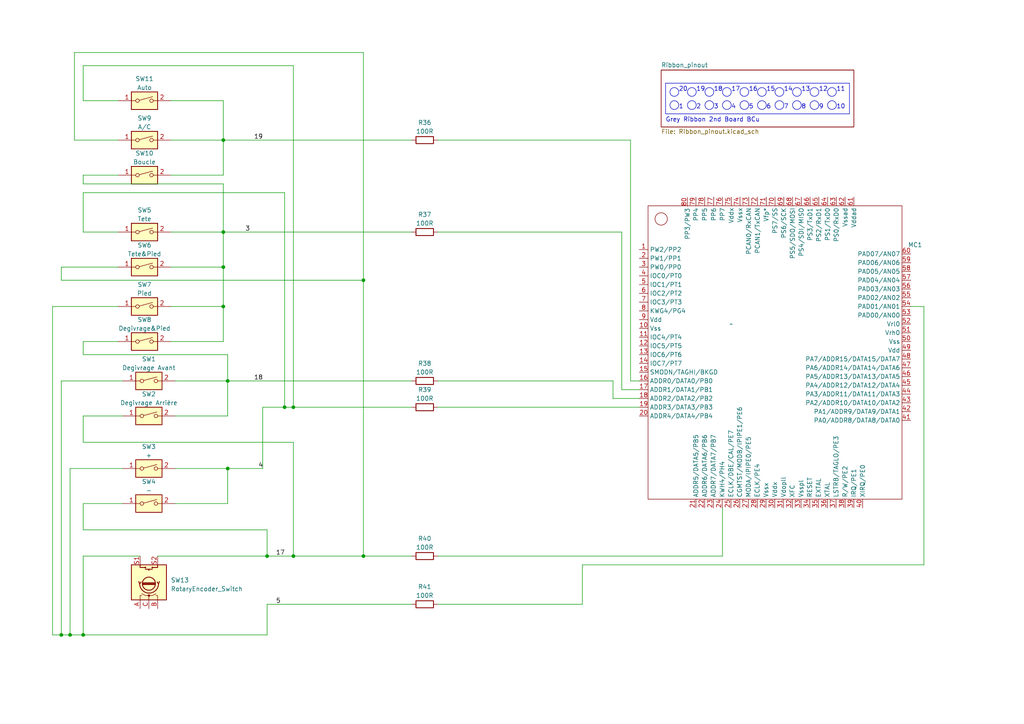
<source format=kicad_sch>
(kicad_sch (version 20230121) (generator eeschema)

  (uuid 15ba0b6f-ce37-4e7a-a694-a02d5e823ba5)

  (paper "A4")

  (title_block
    (title "Investigation v1 controlled switch")
    (date "2023-04-02")
  )

  (lib_symbols
    (symbol "Device:R" (pin_numbers hide) (pin_names (offset 0)) (in_bom yes) (on_board yes)
      (property "Reference" "R" (at 2.032 0 90)
        (effects (font (size 1.27 1.27)))
      )
      (property "Value" "R" (at 0 0 90)
        (effects (font (size 1.27 1.27)))
      )
      (property "Footprint" "" (at -1.778 0 90)
        (effects (font (size 1.27 1.27)) hide)
      )
      (property "Datasheet" "~" (at 0 0 0)
        (effects (font (size 1.27 1.27)) hide)
      )
      (property "ki_keywords" "R res resistor" (at 0 0 0)
        (effects (font (size 1.27 1.27)) hide)
      )
      (property "ki_description" "Resistor" (at 0 0 0)
        (effects (font (size 1.27 1.27)) hide)
      )
      (property "ki_fp_filters" "R_*" (at 0 0 0)
        (effects (font (size 1.27 1.27)) hide)
      )
      (symbol "R_0_1"
        (rectangle (start -1.016 -2.54) (end 1.016 2.54)
          (stroke (width 0.254) (type default))
          (fill (type none))
        )
      )
      (symbol "R_1_1"
        (pin passive line (at 0 3.81 270) (length 1.27)
          (name "~" (effects (font (size 1.27 1.27))))
          (number "1" (effects (font (size 1.27 1.27))))
        )
        (pin passive line (at 0 -3.81 90) (length 1.27)
          (name "~" (effects (font (size 1.27 1.27))))
          (number "2" (effects (font (size 1.27 1.27))))
        )
      )
    )
    (symbol "Device:RotaryEncoder_Switch" (pin_names (offset 0.254) hide) (in_bom yes) (on_board yes)
      (property "Reference" "SW" (at 0 6.604 0)
        (effects (font (size 1.27 1.27)))
      )
      (property "Value" "RotaryEncoder_Switch" (at 0 -6.604 0)
        (effects (font (size 1.27 1.27)))
      )
      (property "Footprint" "" (at -3.81 4.064 0)
        (effects (font (size 1.27 1.27)) hide)
      )
      (property "Datasheet" "~" (at 0 6.604 0)
        (effects (font (size 1.27 1.27)) hide)
      )
      (property "ki_keywords" "rotary switch encoder switch push button" (at 0 0 0)
        (effects (font (size 1.27 1.27)) hide)
      )
      (property "ki_description" "Rotary encoder, dual channel, incremental quadrate outputs, with switch" (at 0 0 0)
        (effects (font (size 1.27 1.27)) hide)
      )
      (property "ki_fp_filters" "RotaryEncoder*Switch*" (at 0 0 0)
        (effects (font (size 1.27 1.27)) hide)
      )
      (symbol "RotaryEncoder_Switch_0_1"
        (rectangle (start -5.08 5.08) (end 5.08 -5.08)
          (stroke (width 0.254) (type default))
          (fill (type background))
        )
        (circle (center -3.81 0) (radius 0.254)
          (stroke (width 0) (type default))
          (fill (type outline))
        )
        (circle (center -0.381 0) (radius 1.905)
          (stroke (width 0.254) (type default))
          (fill (type none))
        )
        (arc (start -0.381 2.667) (mid -3.0988 -0.0635) (end -0.381 -2.794)
          (stroke (width 0.254) (type default))
          (fill (type none))
        )
        (polyline
          (pts
            (xy -0.635 -1.778)
            (xy -0.635 1.778)
          )
          (stroke (width 0.254) (type default))
          (fill (type none))
        )
        (polyline
          (pts
            (xy -0.381 -1.778)
            (xy -0.381 1.778)
          )
          (stroke (width 0.254) (type default))
          (fill (type none))
        )
        (polyline
          (pts
            (xy -0.127 1.778)
            (xy -0.127 -1.778)
          )
          (stroke (width 0.254) (type default))
          (fill (type none))
        )
        (polyline
          (pts
            (xy 3.81 0)
            (xy 3.429 0)
          )
          (stroke (width 0.254) (type default))
          (fill (type none))
        )
        (polyline
          (pts
            (xy 3.81 1.016)
            (xy 3.81 -1.016)
          )
          (stroke (width 0.254) (type default))
          (fill (type none))
        )
        (polyline
          (pts
            (xy -5.08 -2.54)
            (xy -3.81 -2.54)
            (xy -3.81 -2.032)
          )
          (stroke (width 0) (type default))
          (fill (type none))
        )
        (polyline
          (pts
            (xy -5.08 2.54)
            (xy -3.81 2.54)
            (xy -3.81 2.032)
          )
          (stroke (width 0) (type default))
          (fill (type none))
        )
        (polyline
          (pts
            (xy 0.254 -3.048)
            (xy -0.508 -2.794)
            (xy 0.127 -2.413)
          )
          (stroke (width 0.254) (type default))
          (fill (type none))
        )
        (polyline
          (pts
            (xy 0.254 2.921)
            (xy -0.508 2.667)
            (xy 0.127 2.286)
          )
          (stroke (width 0.254) (type default))
          (fill (type none))
        )
        (polyline
          (pts
            (xy 5.08 -2.54)
            (xy 4.318 -2.54)
            (xy 4.318 -1.016)
          )
          (stroke (width 0.254) (type default))
          (fill (type none))
        )
        (polyline
          (pts
            (xy 5.08 2.54)
            (xy 4.318 2.54)
            (xy 4.318 1.016)
          )
          (stroke (width 0.254) (type default))
          (fill (type none))
        )
        (polyline
          (pts
            (xy -5.08 0)
            (xy -3.81 0)
            (xy -3.81 -1.016)
            (xy -3.302 -2.032)
          )
          (stroke (width 0) (type default))
          (fill (type none))
        )
        (polyline
          (pts
            (xy -4.318 0)
            (xy -3.81 0)
            (xy -3.81 1.016)
            (xy -3.302 2.032)
          )
          (stroke (width 0) (type default))
          (fill (type none))
        )
        (circle (center 4.318 -1.016) (radius 0.127)
          (stroke (width 0.254) (type default))
          (fill (type none))
        )
        (circle (center 4.318 1.016) (radius 0.127)
          (stroke (width 0.254) (type default))
          (fill (type none))
        )
      )
      (symbol "RotaryEncoder_Switch_1_1"
        (pin passive line (at -7.62 2.54 0) (length 2.54)
          (name "A" (effects (font (size 1.27 1.27))))
          (number "A" (effects (font (size 1.27 1.27))))
        )
        (pin passive line (at -7.62 -2.54 0) (length 2.54)
          (name "B" (effects (font (size 1.27 1.27))))
          (number "B" (effects (font (size 1.27 1.27))))
        )
        (pin passive line (at -7.62 0 0) (length 2.54)
          (name "C" (effects (font (size 1.27 1.27))))
          (number "C" (effects (font (size 1.27 1.27))))
        )
        (pin passive line (at 7.62 2.54 180) (length 2.54)
          (name "S1" (effects (font (size 1.27 1.27))))
          (number "S1" (effects (font (size 1.27 1.27))))
        )
        (pin passive line (at 7.62 -2.54 180) (length 2.54)
          (name "S2" (effects (font (size 1.27 1.27))))
          (number "S2" (effects (font (size 1.27 1.27))))
        )
      )
    )
    (symbol "Switch:SW_DIP_x01" (pin_names (offset 0) hide) (in_bom yes) (on_board yes)
      (property "Reference" "SW" (at 0 3.81 0)
        (effects (font (size 1.27 1.27)))
      )
      (property "Value" "SW_DIP_x01" (at 0 -3.81 0)
        (effects (font (size 1.27 1.27)))
      )
      (property "Footprint" "" (at 0 0 0)
        (effects (font (size 1.27 1.27)) hide)
      )
      (property "Datasheet" "~" (at 0 0 0)
        (effects (font (size 1.27 1.27)) hide)
      )
      (property "ki_keywords" "dip switch" (at 0 0 0)
        (effects (font (size 1.27 1.27)) hide)
      )
      (property "ki_description" "1x DIP Switch, Single Pole Single Throw (SPST) switch, small symbol" (at 0 0 0)
        (effects (font (size 1.27 1.27)) hide)
      )
      (property "ki_fp_filters" "SW?DIP?x1*" (at 0 0 0)
        (effects (font (size 1.27 1.27)) hide)
      )
      (symbol "SW_DIP_x01_0_0"
        (circle (center -2.032 0) (radius 0.508)
          (stroke (width 0) (type default))
          (fill (type none))
        )
        (polyline
          (pts
            (xy -1.524 0.127)
            (xy 2.3622 1.1684)
          )
          (stroke (width 0) (type default))
          (fill (type none))
        )
        (circle (center 2.032 0) (radius 0.508)
          (stroke (width 0) (type default))
          (fill (type none))
        )
      )
      (symbol "SW_DIP_x01_0_1"
        (rectangle (start -3.81 2.54) (end 3.81 -2.54)
          (stroke (width 0.254) (type default))
          (fill (type background))
        )
      )
      (symbol "SW_DIP_x01_1_1"
        (pin passive line (at -7.62 0 0) (length 5.08)
          (name "~" (effects (font (size 1.27 1.27))))
          (number "1" (effects (font (size 1.27 1.27))))
        )
        (pin passive line (at 7.62 0 180) (length 5.08)
          (name "~" (effects (font (size 1.27 1.27))))
          (number "2" (effects (font (size 1.27 1.27))))
        )
      )
    )
    (symbol "m68hc912d60:m68hc912d60" (in_bom yes) (on_board yes)
      (property "Reference" "MC" (at -33.02 45.72 0)
        (effects (font (size 1.27 1.27)))
      )
      (property "Value" "" (at -11.43 8.89 0)
        (effects (font (size 1.27 1.27)))
      )
      (property "Footprint" "" (at -11.43 8.89 0)
        (effects (font (size 1.27 1.27)) hide)
      )
      (property "Datasheet" "" (at -11.43 8.89 0)
        (effects (font (size 1.27 1.27)) hide)
      )
      (symbol "m68hc912d60_0_1"
        (rectangle (start -35.56 43.18) (end 38.1 -41.91)
          (stroke (width 0) (type default))
          (fill (type none))
        )
        (circle (center -31.75 39.37) (radius 1.7961)
          (stroke (width 0) (type default))
          (fill (type none))
        )
      )
      (symbol "m68hc912d60_1_1"
        (pin free line (at -38.1 30.48 0) (length 2.54)
          (name "PW2/PP2" (effects (font (size 1.27 1.27))))
          (number "1" (effects (font (size 1.27 1.27))))
        )
        (pin free line (at -38.1 7.62 0) (length 2.54)
          (name "Vss" (effects (font (size 1.27 1.27))))
          (number "10" (effects (font (size 1.27 1.27))))
        )
        (pin free line (at -38.1 5.08 0) (length 2.54)
          (name "IOC4/PT4" (effects (font (size 1.27 1.27))))
          (number "11" (effects (font (size 1.27 1.27))))
        )
        (pin free line (at -38.1 2.54 0) (length 2.54)
          (name "IOC5/PT5" (effects (font (size 1.27 1.27))))
          (number "12" (effects (font (size 1.27 1.27))))
        )
        (pin free line (at -38.1 0 0) (length 2.54)
          (name "IOC6/PT6" (effects (font (size 1.27 1.27))))
          (number "13" (effects (font (size 1.27 1.27))))
        )
        (pin free line (at -38.1 -2.54 0) (length 2.54)
          (name "IOC7/PT7" (effects (font (size 1.27 1.27))))
          (number "14" (effects (font (size 1.27 1.27))))
        )
        (pin free line (at -38.1 -5.08 0) (length 2.54)
          (name "SMODN/TAGHI/BKGD" (effects (font (size 1.27 1.27))))
          (number "15" (effects (font (size 1.27 1.27))))
        )
        (pin free line (at -38.1 -7.62 0) (length 2.54)
          (name "ADDR0/DATA0/PB0" (effects (font (size 1.27 1.27))))
          (number "16" (effects (font (size 1.27 1.27))))
        )
        (pin free line (at -38.1 -10.16 0) (length 2.54)
          (name "ADDR1/DATA1/PB1" (effects (font (size 1.27 1.27))))
          (number "17" (effects (font (size 1.27 1.27))))
        )
        (pin free line (at -38.1 -12.7 0) (length 2.54)
          (name "ADDR2/DATA2/PB2" (effects (font (size 1.27 1.27))))
          (number "18" (effects (font (size 1.27 1.27))))
        )
        (pin free line (at -38.1 -15.24 0) (length 2.54)
          (name "ADDR3/DATA3/PB3" (effects (font (size 1.27 1.27))))
          (number "19" (effects (font (size 1.27 1.27))))
        )
        (pin free line (at -38.1 27.94 0) (length 2.54)
          (name "PW1/PP1" (effects (font (size 1.27 1.27))))
          (number "2" (effects (font (size 1.27 1.27))))
        )
        (pin free line (at -38.1 -17.78 0) (length 2.54)
          (name "ADDR4/DATA4/PB4" (effects (font (size 1.27 1.27))))
          (number "20" (effects (font (size 1.27 1.27))))
        )
        (pin free line (at -21.6714 -44.47 90) (length 2.54)
          (name "ADDR5/DATA5/PB5" (effects (font (size 1.27 1.27))))
          (number "21" (effects (font (size 1.27 1.27))))
        )
        (pin free line (at -19.1314 -44.47 90) (length 2.54)
          (name "ADDR6/DATA6/PB6" (effects (font (size 1.27 1.27))))
          (number "22" (effects (font (size 1.27 1.27))))
        )
        (pin free line (at -16.5914 -44.47 90) (length 2.54)
          (name "ADDR7/DATA7/PB7" (effects (font (size 1.27 1.27))))
          (number "23" (effects (font (size 1.27 1.27))))
        )
        (pin free line (at -14.0514 -44.47 90) (length 2.54)
          (name "KWH4/PH4" (effects (font (size 1.27 1.27))))
          (number "24" (effects (font (size 1.27 1.27))))
        )
        (pin free line (at -11.5114 -44.47 90) (length 2.54)
          (name "ECLK/DBE/CAL/PE7" (effects (font (size 1.27 1.27))))
          (number "25" (effects (font (size 1.27 1.27))))
        )
        (pin free line (at -8.9714 -44.47 90) (length 2.54)
          (name "CGMTST/MODB/IPIPE1/PE6" (effects (font (size 1.27 1.27))))
          (number "26" (effects (font (size 1.27 1.27))))
        )
        (pin free line (at -6.4314 -44.47 90) (length 2.54)
          (name "MODA/IPIPE0/PE5" (effects (font (size 1.27 1.27))))
          (number "27" (effects (font (size 1.27 1.27))))
        )
        (pin free line (at -3.8914 -44.47 90) (length 2.54)
          (name "ECLK/PE4" (effects (font (size 1.27 1.27))))
          (number "28" (effects (font (size 1.27 1.27))))
        )
        (pin free line (at -1.3514 -44.47 90) (length 2.54)
          (name "Vssx" (effects (font (size 1.27 1.27))))
          (number "29" (effects (font (size 1.27 1.27))))
        )
        (pin free line (at -38.1 25.4 0) (length 2.54)
          (name "PW0/PP0" (effects (font (size 1.27 1.27))))
          (number "3" (effects (font (size 1.27 1.27))))
        )
        (pin free line (at 1.1886 -44.47 90) (length 2.54)
          (name "Vddx" (effects (font (size 1.27 1.27))))
          (number "30" (effects (font (size 1.27 1.27))))
        )
        (pin free line (at 3.7286 -44.47 90) (length 2.54)
          (name "Vdopll" (effects (font (size 1.27 1.27))))
          (number "31" (effects (font (size 1.27 1.27))))
        )
        (pin free line (at 6.2686 -44.47 90) (length 2.54)
          (name "XFC" (effects (font (size 1.27 1.27))))
          (number "32" (effects (font (size 1.27 1.27))))
        )
        (pin free line (at 8.8086 -44.47 90) (length 2.54)
          (name "Vsspl" (effects (font (size 1.27 1.27))))
          (number "33" (effects (font (size 1.27 1.27))))
        )
        (pin free line (at 11.3486 -44.47 90) (length 2.54)
          (name "RESET" (effects (font (size 1.27 1.27))))
          (number "34" (effects (font (size 1.27 1.27))))
        )
        (pin free line (at 13.8886 -44.47 90) (length 2.54)
          (name "EXTAL" (effects (font (size 1.27 1.27))))
          (number "35" (effects (font (size 1.27 1.27))))
        )
        (pin free line (at 16.4286 -44.47 90) (length 2.54)
          (name "XTAL" (effects (font (size 1.27 1.27))))
          (number "36" (effects (font (size 1.27 1.27))))
        )
        (pin free line (at 18.9686 -44.47 90) (length 2.54)
          (name "LSTRB/TAGLO/PE3" (effects (font (size 1.27 1.27))))
          (number "37" (effects (font (size 1.27 1.27))))
        )
        (pin free line (at 21.59 -44.45 90) (length 2.54)
          (name "R/W/PE2" (effects (font (size 1.27 1.27))))
          (number "38" (effects (font (size 1.27 1.27))))
        )
        (pin free line (at 24.13 -44.45 90) (length 2.54)
          (name "IRQ/PE1" (effects (font (size 1.27 1.27))))
          (number "39" (effects (font (size 1.27 1.27))))
        )
        (pin free line (at -38.1 22.86 0) (length 2.54)
          (name "IOC0/PT0" (effects (font (size 1.27 1.27))))
          (number "4" (effects (font (size 1.27 1.27))))
        )
        (pin free line (at 26.67 -44.45 90) (length 2.54)
          (name "XIRQ/PE0" (effects (font (size 1.27 1.27))))
          (number "40" (effects (font (size 1.27 1.27))))
        )
        (pin free line (at 40.64 -19.05 180) (length 2.54)
          (name "PA0/ADDR8/DATA8/DATA0" (effects (font (size 1.27 1.27))))
          (number "41" (effects (font (size 1.27 1.27))))
        )
        (pin free line (at 40.64 -16.51 180) (length 2.54)
          (name "PA1/ADDR9/DATA9/DATA1" (effects (font (size 1.27 1.27))))
          (number "42" (effects (font (size 1.27 1.27))))
        )
        (pin free line (at 40.64 -13.97 180) (length 2.54)
          (name "PA2/ADDR10/DATA10/DATA2" (effects (font (size 1.27 1.27))))
          (number "43" (effects (font (size 1.27 1.27))))
        )
        (pin free line (at 40.64 -11.43 180) (length 2.54)
          (name "PA3/ADDR11/DATA11/DATA3" (effects (font (size 1.27 1.27))))
          (number "44" (effects (font (size 1.27 1.27))))
        )
        (pin free line (at 40.64 -8.89 180) (length 2.54)
          (name "PA4/ADDR12/DATA12/DATA4" (effects (font (size 1.27 1.27))))
          (number "45" (effects (font (size 1.27 1.27))))
        )
        (pin free line (at 40.64 -6.35 180) (length 2.54)
          (name "PA5/ADDR13/DATA13/DATA5" (effects (font (size 1.27 1.27))))
          (number "46" (effects (font (size 1.27 1.27))))
        )
        (pin free line (at 40.64 -3.81 180) (length 2.54)
          (name "PA6/ADDR14/DATA14/DATA6" (effects (font (size 1.27 1.27))))
          (number "47" (effects (font (size 1.27 1.27))))
        )
        (pin free line (at 40.64 -1.27 180) (length 2.54)
          (name "PA7/ADDR15/DATA15/DATA7" (effects (font (size 1.27 1.27))))
          (number "48" (effects (font (size 1.27 1.27))))
        )
        (pin free line (at 40.64 1.27 180) (length 2.54)
          (name "Vdd" (effects (font (size 1.27 1.27))))
          (number "49" (effects (font (size 1.27 1.27))))
        )
        (pin free line (at -38.1 20.32 0) (length 2.54)
          (name "IOC1/PT1" (effects (font (size 1.27 1.27))))
          (number "5" (effects (font (size 1.27 1.27))))
        )
        (pin free line (at 40.64 3.81 180) (length 2.54)
          (name "Vss" (effects (font (size 1.27 1.27))))
          (number "50" (effects (font (size 1.27 1.27))))
        )
        (pin free line (at 40.64 6.35 180) (length 2.54)
          (name "Vrh0" (effects (font (size 1.27 1.27))))
          (number "51" (effects (font (size 1.27 1.27))))
        )
        (pin free line (at 40.64 8.89 180) (length 2.54)
          (name "Vrl0" (effects (font (size 1.27 1.27))))
          (number "52" (effects (font (size 1.27 1.27))))
        )
        (pin free line (at 40.64 11.43 180) (length 2.54)
          (name "PAD00/AN00" (effects (font (size 1.27 1.27))))
          (number "53" (effects (font (size 1.27 1.27))))
        )
        (pin free line (at 40.64 13.97 180) (length 2.54)
          (name "PAD01/AN01" (effects (font (size 1.27 1.27))))
          (number "54" (effects (font (size 1.27 1.27))))
        )
        (pin free line (at 40.64 16.51 180) (length 2.54)
          (name "PAD02/AN02" (effects (font (size 1.27 1.27))))
          (number "55" (effects (font (size 1.27 1.27))))
        )
        (pin free line (at 40.64 19.05 180) (length 2.54)
          (name "PAD03/AN03" (effects (font (size 1.27 1.27))))
          (number "56" (effects (font (size 1.27 1.27))))
        )
        (pin free line (at 40.64 21.59 180) (length 2.54)
          (name "PAD04/AN04" (effects (font (size 1.27 1.27))))
          (number "57" (effects (font (size 1.27 1.27))))
        )
        (pin free line (at 40.64 24.13 180) (length 2.54)
          (name "PAD05/AN05" (effects (font (size 1.27 1.27))))
          (number "58" (effects (font (size 1.27 1.27))))
        )
        (pin free line (at 40.64 26.67 180) (length 2.54)
          (name "PAD06/AN06" (effects (font (size 1.27 1.27))))
          (number "59" (effects (font (size 1.27 1.27))))
        )
        (pin free line (at -38.1 17.78 0) (length 2.54)
          (name "IOC2/PT2" (effects (font (size 1.27 1.27))))
          (number "6" (effects (font (size 1.27 1.27))))
        )
        (pin free line (at 40.64 29.21 180) (length 2.54)
          (name "PAD07/AN07" (effects (font (size 1.27 1.27))))
          (number "60" (effects (font (size 1.27 1.27))))
        )
        (pin free line (at 24.13 45.72 270) (length 2.54)
          (name "Vddad" (effects (font (size 1.27 1.27))))
          (number "61" (effects (font (size 1.27 1.27))))
        )
        (pin free line (at 21.59 45.72 270) (length 2.54)
          (name "Vssad" (effects (font (size 1.27 1.27))))
          (number "62" (effects (font (size 1.27 1.27))))
        )
        (pin free line (at 19.05 45.72 270) (length 2.54)
          (name "PS0/RxD0" (effects (font (size 1.27 1.27))))
          (number "63" (effects (font (size 1.27 1.27))))
        )
        (pin free line (at 16.51 45.72 270) (length 2.54)
          (name "PS1/TxD0" (effects (font (size 1.27 1.27))))
          (number "64" (effects (font (size 1.27 1.27))))
        )
        (pin free line (at 13.97 45.72 270) (length 2.54)
          (name "PS2/RxD1" (effects (font (size 1.27 1.27))))
          (number "65" (effects (font (size 1.27 1.27))))
        )
        (pin free line (at 11.43 45.72 270) (length 2.54)
          (name "PS3/TxD1" (effects (font (size 1.27 1.27))))
          (number "66" (effects (font (size 1.27 1.27))))
        )
        (pin free line (at 8.89 45.72 270) (length 2.54)
          (name "PS4/SDI/MISO" (effects (font (size 1.27 1.27))))
          (number "67" (effects (font (size 1.27 1.27))))
        )
        (pin free line (at 6.35 45.72 270) (length 2.54)
          (name "PS5/SDO/MOSI" (effects (font (size 1.27 1.27))))
          (number "68" (effects (font (size 1.27 1.27))))
        )
        (pin free line (at 3.81 45.72 270) (length 2.54)
          (name "PS6/SCK" (effects (font (size 1.27 1.27))))
          (number "69" (effects (font (size 1.27 1.27))))
        )
        (pin free line (at -38.1 15.24 0) (length 2.54)
          (name "IOC3/PT3" (effects (font (size 1.27 1.27))))
          (number "7" (effects (font (size 1.27 1.27))))
        )
        (pin free line (at 1.27 45.72 270) (length 2.54)
          (name "PS7/SS" (effects (font (size 1.27 1.27))))
          (number "70" (effects (font (size 1.27 1.27))))
        )
        (pin free line (at -1.27 45.72 270) (length 2.54)
          (name "Vfp*" (effects (font (size 1.27 1.27))))
          (number "71" (effects (font (size 1.27 1.27))))
        )
        (pin free line (at -3.81 45.72 270) (length 2.54)
          (name "PCAN1/TxCAN" (effects (font (size 1.27 1.27))))
          (number "72" (effects (font (size 1.27 1.27))))
        )
        (pin free line (at -6.35 45.72 270) (length 2.54)
          (name "PCAN0/RxCAN" (effects (font (size 1.27 1.27))))
          (number "73" (effects (font (size 1.27 1.27))))
        )
        (pin free line (at -8.89 45.72 270) (length 2.54)
          (name "Vssx" (effects (font (size 1.27 1.27))))
          (number "74" (effects (font (size 1.27 1.27))))
        )
        (pin free line (at -11.43 45.72 270) (length 2.54)
          (name "Vddx" (effects (font (size 1.27 1.27))))
          (number "75" (effects (font (size 1.27 1.27))))
        )
        (pin free line (at -13.97 45.72 270) (length 2.54)
          (name "PP7" (effects (font (size 1.27 1.27))))
          (number "76" (effects (font (size 1.27 1.27))))
        )
        (pin free line (at -16.51 45.72 270) (length 2.54)
          (name "PP6" (effects (font (size 1.27 1.27))))
          (number "77" (effects (font (size 1.27 1.27))))
        )
        (pin free line (at -19.1314 45.7 270) (length 2.54)
          (name "PP5" (effects (font (size 1.27 1.27))))
          (number "78" (effects (font (size 1.27 1.27))))
        )
        (pin free line (at -21.6714 45.7 270) (length 2.54)
          (name "PP4" (effects (font (size 1.27 1.27))))
          (number "79" (effects (font (size 1.27 1.27))))
        )
        (pin free line (at -38.1 12.7 0) (length 2.54)
          (name "KWG4/PG4" (effects (font (size 1.27 1.27))))
          (number "8" (effects (font (size 1.27 1.27))))
        )
        (pin free line (at -24.1314 45.6105 270) (length 2.54)
          (name "PP3/PW3" (effects (font (size 1.27 1.27))))
          (number "80" (effects (font (size 1.27 1.27))))
        )
        (pin free line (at -38.1 10.16 0) (length 2.54)
          (name "Vdd" (effects (font (size 1.27 1.27))))
          (number "9" (effects (font (size 1.27 1.27))))
        )
      )
    )
  )

  (junction (at 66.04 110.49) (diameter 0) (color 0 0 0 0)
    (uuid 061b27c5-43fc-42c0-9b5f-5329dd108dc0)
  )
  (junction (at 66.04 135.89) (diameter 0) (color 0 0 0 0)
    (uuid 351dcaed-1c36-481e-b6cb-42ce4e347549)
  )
  (junction (at 64.77 40.64) (diameter 0) (color 0 0 0 0)
    (uuid 38dbd184-383f-4768-846b-419a91da9041)
  )
  (junction (at 24.13 184.15) (diameter 0) (color 0 0 0 0)
    (uuid 51511c7e-30a8-4893-9696-496aa0ab622f)
  )
  (junction (at 105.41 161.29) (diameter 0) (color 0 0 0 0)
    (uuid 64143747-9ef0-4c29-988d-35ff43f9c787)
  )
  (junction (at 17.78 184.15) (diameter 0) (color 0 0 0 0)
    (uuid 801f4e28-1566-4e7f-b265-7f314891376b)
  )
  (junction (at 82.55 118.11) (diameter 0) (color 0 0 0 0)
    (uuid 8a4a636a-b7c3-46d4-bc5c-5e06f965cae9)
  )
  (junction (at 20.32 184.15) (diameter 0) (color 0 0 0 0)
    (uuid 979a522f-f0c9-4e24-9ea8-84b54f53ab99)
  )
  (junction (at 64.77 67.31) (diameter 0) (color 0 0 0 0)
    (uuid a5eaf32c-16b3-4f32-a949-8ec007fae444)
  )
  (junction (at 85.09 161.29) (diameter 0) (color 0 0 0 0)
    (uuid a92ce95e-1eab-4a5c-a362-c43530491ded)
  )
  (junction (at 105.41 81.28) (diameter 0) (color 0 0 0 0)
    (uuid aefae764-2afe-4c37-af7e-c4d945a5dd6f)
  )
  (junction (at 64.77 77.47) (diameter 0) (color 0 0 0 0)
    (uuid bb8c60b9-0ec2-4017-92f6-207f090ced6e)
  )
  (junction (at 64.77 88.9) (diameter 0) (color 0 0 0 0)
    (uuid bf36bbef-b5f2-4722-8100-4fe32cd20a2f)
  )
  (junction (at 77.47 161.29) (diameter 0) (color 0 0 0 0)
    (uuid cd828778-4117-4be2-88b2-b33725399aaf)
  )
  (junction (at 85.09 118.11) (diameter 0) (color 0 0 0 0)
    (uuid ea2f29b0-bc86-48f9-bdaa-dc8996f8e80a)
  )

  (wire (pts (xy 64.77 99.06) (xy 64.77 88.9))
    (stroke (width 0) (type default))
    (uuid 01b1bad2-f821-4c47-a23e-96ddd27a575e)
  )
  (wire (pts (xy 17.78 110.49) (xy 17.78 184.15))
    (stroke (width 0) (type default))
    (uuid 03164d93-aa7a-41e8-9440-6ef3ffcb19ff)
  )
  (wire (pts (xy 20.32 184.15) (xy 24.13 184.15))
    (stroke (width 0) (type default))
    (uuid 04421141-969d-467d-b676-b49e81a2b46d)
  )
  (wire (pts (xy 185.42 115.57) (xy 177.8 115.57))
    (stroke (width 0) (type default))
    (uuid 0bef273d-d799-49c6-ae1d-cf2c2b04ff61)
  )
  (wire (pts (xy 50.8 110.49) (xy 66.04 110.49))
    (stroke (width 0) (type default))
    (uuid 0c23faa8-b6b3-4119-9256-8018b3ebe8f8)
  )
  (wire (pts (xy 64.77 77.47) (xy 64.77 67.31))
    (stroke (width 0) (type default))
    (uuid 0d982e14-50a7-4aec-8827-08fa731743e6)
  )
  (wire (pts (xy 182.88 40.64) (xy 182.88 110.49))
    (stroke (width 0) (type default))
    (uuid 1070cb8f-5c9e-46d3-97a7-e59265a41288)
  )
  (wire (pts (xy 64.77 50.8) (xy 64.77 40.64))
    (stroke (width 0) (type default))
    (uuid 116495fe-1fbd-421a-9982-29e328666670)
  )
  (wire (pts (xy 17.78 77.47) (xy 17.78 81.28))
    (stroke (width 0) (type default))
    (uuid 173a3410-e5aa-4978-b07f-10079e4bd04f)
  )
  (wire (pts (xy 24.13 53.34) (xy 64.77 53.34))
    (stroke (width 0) (type default))
    (uuid 17f48cba-9697-4d57-82f1-e6fce9c1c28f)
  )
  (wire (pts (xy 49.53 77.47) (xy 64.77 77.47))
    (stroke (width 0) (type default))
    (uuid 18e6f75b-8860-4924-9943-43070c26a97c)
  )
  (wire (pts (xy 15.24 184.15) (xy 17.78 184.15))
    (stroke (width 0) (type default))
    (uuid 1a4a6646-8696-47ad-8a91-22e2abad7e01)
  )
  (wire (pts (xy 21.59 40.64) (xy 34.29 40.64))
    (stroke (width 0) (type default))
    (uuid 1de8af09-b592-467a-a6e9-c35d15ff97af)
  )
  (wire (pts (xy 24.13 120.65) (xy 35.56 120.65))
    (stroke (width 0) (type default))
    (uuid 20efe268-9da1-45d3-92e3-d983abeb8d74)
  )
  (wire (pts (xy 15.24 88.9) (xy 15.24 184.15))
    (stroke (width 0) (type default))
    (uuid 2213b8c4-1e87-40ea-a81a-2ce3ba37b4b4)
  )
  (wire (pts (xy 76.2 118.11) (xy 76.2 135.89))
    (stroke (width 0) (type default))
    (uuid 22e4d9db-b560-40f6-9f4d-98d88f6d2991)
  )
  (wire (pts (xy 24.13 153.67) (xy 77.47 153.67))
    (stroke (width 0) (type default))
    (uuid 233fca37-e2a0-4dd4-9135-2cddd5d1197b)
  )
  (wire (pts (xy 17.78 184.15) (xy 20.32 184.15))
    (stroke (width 0) (type default))
    (uuid 24b4d2cc-8342-4855-b1b3-8dcbaf96ef57)
  )
  (wire (pts (xy 66.04 110.49) (xy 119.38 110.49))
    (stroke (width 0) (type default))
    (uuid 29e33121-4185-486d-b919-34183470b5fc)
  )
  (wire (pts (xy 182.88 110.49) (xy 185.42 110.49))
    (stroke (width 0) (type default))
    (uuid 2a6cd13d-de51-42ac-aae3-36f89de3bf1e)
  )
  (wire (pts (xy 24.13 67.31) (xy 34.29 67.31))
    (stroke (width 0) (type default))
    (uuid 2a77940c-b14a-41eb-bd53-cb5b54f49c2a)
  )
  (wire (pts (xy 24.13 128.27) (xy 85.09 128.27))
    (stroke (width 0) (type default))
    (uuid 2d0bbd9b-1ecc-40f8-ac24-9c9a40677bdd)
  )
  (wire (pts (xy 267.97 163.83) (xy 168.91 163.83))
    (stroke (width 0) (type default))
    (uuid 2e64d92e-3bc0-42f6-85e9-2a4a81997234)
  )
  (wire (pts (xy 24.13 50.8) (xy 24.13 53.34))
    (stroke (width 0) (type default))
    (uuid 302bb38e-80f8-411b-8cea-c91b8b6b51f7)
  )
  (wire (pts (xy 77.47 161.29) (xy 85.09 161.29))
    (stroke (width 0) (type default))
    (uuid 30b9d0c1-83d1-49b6-86a9-11e877efef1f)
  )
  (wire (pts (xy 85.09 128.27) (xy 85.09 161.29))
    (stroke (width 0) (type default))
    (uuid 3616f6aa-bccc-439c-b54b-1c96ef291a90)
  )
  (wire (pts (xy 64.77 88.9) (xy 64.77 77.47))
    (stroke (width 0) (type default))
    (uuid 3876ff11-b31e-4896-b112-0e379257fe8c)
  )
  (wire (pts (xy 177.8 115.57) (xy 177.8 110.49))
    (stroke (width 0) (type default))
    (uuid 39d3f261-7679-4538-bfa1-5641d40a5f27)
  )
  (wire (pts (xy 24.13 161.29) (xy 24.13 184.15))
    (stroke (width 0) (type default))
    (uuid 3c63e7b6-4e12-4ad3-b1fb-615248885214)
  )
  (wire (pts (xy 66.04 146.05) (xy 66.04 135.89))
    (stroke (width 0) (type default))
    (uuid 3d7efea0-d6c7-4251-b066-3f18a7090f4c)
  )
  (wire (pts (xy 24.13 161.29) (xy 40.64 161.29))
    (stroke (width 0) (type default))
    (uuid 3f3f0949-437f-49ce-8e33-e6afb9f65b6c)
  )
  (wire (pts (xy 119.38 118.11) (xy 85.09 118.11))
    (stroke (width 0) (type default))
    (uuid 430eacae-e045-4f76-8afd-15493613cb94)
  )
  (wire (pts (xy 45.72 161.29) (xy 77.47 161.29))
    (stroke (width 0) (type default))
    (uuid 43733b9a-b646-4070-9ae8-bd5c08f569b0)
  )
  (wire (pts (xy 85.09 161.29) (xy 105.41 161.29))
    (stroke (width 0) (type default))
    (uuid 4a90c639-6bd4-443d-9483-4cabedb39752)
  )
  (wire (pts (xy 49.53 67.31) (xy 64.77 67.31))
    (stroke (width 0) (type default))
    (uuid 4c2637e0-a611-415d-bb9a-d53e2da1027b)
  )
  (wire (pts (xy 49.53 29.21) (xy 64.77 29.21))
    (stroke (width 0) (type default))
    (uuid 4f19dc35-4dfc-49fa-b06a-cf3ba9c70490)
  )
  (wire (pts (xy 127 40.64) (xy 182.88 40.64))
    (stroke (width 0) (type default))
    (uuid 50179ff1-24d2-48de-877d-5efb09065ec6)
  )
  (wire (pts (xy 24.13 184.15) (xy 77.47 184.15))
    (stroke (width 0) (type default))
    (uuid 510d4511-0e37-4332-beb5-cea909497701)
  )
  (wire (pts (xy 127 110.49) (xy 177.8 110.49))
    (stroke (width 0) (type default))
    (uuid 529572ae-a917-4b93-baaf-3aa026c67266)
  )
  (wire (pts (xy 127 161.29) (xy 209.55 161.29))
    (stroke (width 0) (type default))
    (uuid 529dae28-001f-4708-b2f5-09e391c56d5f)
  )
  (wire (pts (xy 77.47 153.67) (xy 77.47 161.29))
    (stroke (width 0) (type default))
    (uuid 53eb7b8d-63aa-455f-8c9c-cb3d987a165a)
  )
  (wire (pts (xy 180.34 113.03) (xy 180.34 67.31))
    (stroke (width 0) (type default))
    (uuid 5875920f-c812-4578-98f0-64f1f7dff16f)
  )
  (wire (pts (xy 24.13 99.06) (xy 24.13 102.87))
    (stroke (width 0) (type default))
    (uuid 59724f59-a16b-4249-be92-68c6297bac23)
  )
  (wire (pts (xy 49.53 50.8) (xy 64.77 50.8))
    (stroke (width 0) (type default))
    (uuid 5b88b097-497d-40a4-8656-f5fb1b503711)
  )
  (wire (pts (xy 24.13 29.21) (xy 34.29 29.21))
    (stroke (width 0) (type default))
    (uuid 5d640ad1-4b20-48b9-b0e4-80e6da806463)
  )
  (wire (pts (xy 168.91 175.26) (xy 127 175.26))
    (stroke (width 0) (type default))
    (uuid 5f033015-76d0-4d60-ae6b-e8e2932cbf96)
  )
  (wire (pts (xy 264.16 88.9) (xy 267.97 88.9))
    (stroke (width 0) (type default))
    (uuid 652b95ea-5290-438e-9136-90df797c0337)
  )
  (wire (pts (xy 21.59 15.24) (xy 105.41 15.24))
    (stroke (width 0) (type default))
    (uuid 6638a964-d50f-41b6-89e7-f203b078ac45)
  )
  (wire (pts (xy 105.41 161.29) (xy 119.38 161.29))
    (stroke (width 0) (type default))
    (uuid 6c55d4c0-c3e7-4206-a6f2-e506aed51b92)
  )
  (wire (pts (xy 24.13 50.8) (xy 34.29 50.8))
    (stroke (width 0) (type default))
    (uuid 6e00526a-e5bc-4770-923c-7afe624aa96b)
  )
  (wire (pts (xy 168.91 163.83) (xy 168.91 175.26))
    (stroke (width 0) (type default))
    (uuid 708191e6-df23-4aa7-96bd-d142aca2b461)
  )
  (wire (pts (xy 20.32 135.89) (xy 20.32 184.15))
    (stroke (width 0) (type default))
    (uuid 7549137d-95a1-43aa-b783-4938344bebae)
  )
  (wire (pts (xy 49.53 99.06) (xy 64.77 99.06))
    (stroke (width 0) (type default))
    (uuid 765da2f8-520a-4376-b279-755b038317a6)
  )
  (wire (pts (xy 64.77 67.31) (xy 119.38 67.31))
    (stroke (width 0) (type default))
    (uuid 776772dd-8271-4b5d-866a-9e4b2de56a61)
  )
  (wire (pts (xy 185.42 118.11) (xy 127 118.11))
    (stroke (width 0) (type default))
    (uuid 78be7de6-ea1c-49db-a0ec-e1e5ea2afa48)
  )
  (wire (pts (xy 85.09 118.11) (xy 82.55 118.11))
    (stroke (width 0) (type default))
    (uuid 7c77bc0e-fdb8-45df-8254-17e883ff5a75)
  )
  (wire (pts (xy 24.13 146.05) (xy 24.13 153.67))
    (stroke (width 0) (type default))
    (uuid 8af484e5-9caa-469c-8720-dfd2a985b756)
  )
  (wire (pts (xy 24.13 120.65) (xy 24.13 128.27))
    (stroke (width 0) (type default))
    (uuid 8e2f3246-a8f0-4d27-8fbc-25c3db87a9ce)
  )
  (wire (pts (xy 209.55 147.32) (xy 209.55 161.29))
    (stroke (width 0) (type default))
    (uuid 95d9e42c-a7dc-4167-9dc5-1436b7af2c7d)
  )
  (wire (pts (xy 76.2 135.89) (xy 66.04 135.89))
    (stroke (width 0) (type default))
    (uuid 9821c0a8-6362-4f3d-95df-c24e90f464ae)
  )
  (wire (pts (xy 82.55 118.11) (xy 76.2 118.11))
    (stroke (width 0) (type default))
    (uuid 9e4e50ac-9abf-4aa2-a750-72659ce0b1cd)
  )
  (wire (pts (xy 50.8 120.65) (xy 66.04 120.65))
    (stroke (width 0) (type default))
    (uuid a43050f5-8112-445f-890c-6fe0ec6763a1)
  )
  (wire (pts (xy 267.97 88.9) (xy 267.97 163.83))
    (stroke (width 0) (type default))
    (uuid a591bd14-4de9-4bfd-8ece-ac9c02a8f7de)
  )
  (wire (pts (xy 24.13 99.06) (xy 34.29 99.06))
    (stroke (width 0) (type default))
    (uuid a74f8c45-ff4d-4426-820d-698837f434f8)
  )
  (wire (pts (xy 119.38 175.26) (xy 77.47 175.26))
    (stroke (width 0) (type default))
    (uuid a8f1bf60-0047-45c2-b135-2352e313bcd5)
  )
  (wire (pts (xy 24.13 67.31) (xy 24.13 55.88))
    (stroke (width 0) (type default))
    (uuid aa2fc9ba-b0c9-4bd1-91c0-fb0171f9214d)
  )
  (wire (pts (xy 24.13 55.88) (xy 82.55 55.88))
    (stroke (width 0) (type default))
    (uuid b17ef59b-fe83-4099-ac6c-23f414a8f687)
  )
  (wire (pts (xy 50.8 146.05) (xy 66.04 146.05))
    (stroke (width 0) (type default))
    (uuid b2f7788e-e862-47c5-a666-2ac8355887b9)
  )
  (wire (pts (xy 185.42 113.03) (xy 180.34 113.03))
    (stroke (width 0) (type default))
    (uuid b9eff457-fa64-40f9-a509-cfa9e91f0b78)
  )
  (wire (pts (xy 49.53 40.64) (xy 64.77 40.64))
    (stroke (width 0) (type default))
    (uuid bb7cc0df-02ee-4d94-9ba7-fd2e333023f8)
  )
  (wire (pts (xy 64.77 53.34) (xy 64.77 67.31))
    (stroke (width 0) (type default))
    (uuid bc2e8d6f-a845-4db3-a4f2-4a305abc6e36)
  )
  (wire (pts (xy 66.04 120.65) (xy 66.04 110.49))
    (stroke (width 0) (type default))
    (uuid bc988603-8872-4d26-8801-42cc4785fd4c)
  )
  (wire (pts (xy 64.77 40.64) (xy 119.38 40.64))
    (stroke (width 0) (type default))
    (uuid c0ba5380-83e5-4d34-a552-46b300ed5bf5)
  )
  (wire (pts (xy 24.13 29.21) (xy 24.13 19.05))
    (stroke (width 0) (type default))
    (uuid c0e0bf20-96cf-4cc9-8fc5-5a7a74585584)
  )
  (wire (pts (xy 77.47 184.15) (xy 77.47 175.26))
    (stroke (width 0) (type default))
    (uuid cc3873ea-89e5-433d-8ca6-a676aec71b74)
  )
  (wire (pts (xy 64.77 29.21) (xy 64.77 40.64))
    (stroke (width 0) (type default))
    (uuid cf0b68de-92f8-4428-86cb-6da4b90e12cd)
  )
  (wire (pts (xy 66.04 102.87) (xy 66.04 110.49))
    (stroke (width 0) (type default))
    (uuid d775cb4b-3242-4716-918b-6e0efe9868ce)
  )
  (wire (pts (xy 24.13 146.05) (xy 35.56 146.05))
    (stroke (width 0) (type default))
    (uuid d9c53bf6-70d2-4d6c-bb9a-9a8b7e75d0a5)
  )
  (wire (pts (xy 17.78 81.28) (xy 105.41 81.28))
    (stroke (width 0) (type default))
    (uuid db4d224d-9053-4f85-a7b1-125ad1fc8904)
  )
  (wire (pts (xy 20.32 135.89) (xy 35.56 135.89))
    (stroke (width 0) (type default))
    (uuid db8f138a-eafc-41e4-9dfc-8fd969fc20f1)
  )
  (wire (pts (xy 105.41 81.28) (xy 105.41 161.29))
    (stroke (width 0) (type default))
    (uuid dcd7bc7f-6230-4c7d-83c9-86725e9691fa)
  )
  (wire (pts (xy 105.41 15.24) (xy 105.41 81.28))
    (stroke (width 0) (type default))
    (uuid e24f1930-48ab-4168-aa98-ea94c9051aec)
  )
  (wire (pts (xy 82.55 55.88) (xy 82.55 118.11))
    (stroke (width 0) (type default))
    (uuid e4c5ede1-8ef9-4f23-a14a-17454df1781e)
  )
  (wire (pts (xy 127 67.31) (xy 180.34 67.31))
    (stroke (width 0) (type default))
    (uuid e5569534-a817-434b-9b10-0685a521a645)
  )
  (wire (pts (xy 17.78 77.47) (xy 34.29 77.47))
    (stroke (width 0) (type default))
    (uuid ea094aa6-1105-4631-a699-a77ce013f9a1)
  )
  (wire (pts (xy 15.24 88.9) (xy 34.29 88.9))
    (stroke (width 0) (type default))
    (uuid ecf36852-67a2-4b99-8a3a-dd9ec7df711a)
  )
  (wire (pts (xy 21.59 40.64) (xy 21.59 15.24))
    (stroke (width 0) (type default))
    (uuid f34f3dae-146f-43ce-bc09-80c9ab740155)
  )
  (wire (pts (xy 49.53 88.9) (xy 64.77 88.9))
    (stroke (width 0) (type default))
    (uuid f3931d18-7ec5-47fd-baeb-c3737d036c78)
  )
  (wire (pts (xy 24.13 19.05) (xy 85.09 19.05))
    (stroke (width 0) (type default))
    (uuid f74da2dd-1a51-48cb-ae04-7c5c68c6e7fe)
  )
  (wire (pts (xy 17.78 110.49) (xy 35.56 110.49))
    (stroke (width 0) (type default))
    (uuid f88a3f94-605e-4e2c-a815-77d857b30aaa)
  )
  (wire (pts (xy 50.8 135.89) (xy 66.04 135.89))
    (stroke (width 0) (type default))
    (uuid fb9d3b28-39b6-4073-9171-7da4b4631f46)
  )
  (wire (pts (xy 24.13 102.87) (xy 66.04 102.87))
    (stroke (width 0) (type default))
    (uuid fba1a61f-1178-44dc-b2fe-9b9bb5f32a6e)
  )
  (wire (pts (xy 85.09 19.05) (xy 85.09 118.11))
    (stroke (width 0) (type default))
    (uuid ff3290a5-66f8-450f-8340-dea7c0d78857)
  )

  (circle (center 215.9 26.67) (radius 1.27)
    (stroke (width 0) (type default))
    (fill (type none))
    (uuid 098284e7-95b4-4eeb-b797-e625429fbaad)
  )
  (circle (center 231.14 30.48) (radius 1.27)
    (stroke (width 0) (type default))
    (fill (type none))
    (uuid 10799b73-e626-4321-80fc-7b31420743d2)
  )
  (circle (center 236.22 30.48) (radius 1.27)
    (stroke (width 0) (type default))
    (fill (type none))
    (uuid 18b9b824-80e3-4469-adc9-9abb012e5ed2)
  )
  (circle (center 236.22 26.67) (radius 1.27)
    (stroke (width 0) (type default))
    (fill (type none))
    (uuid 1e850f36-7eb8-410b-a258-287b7a4d0891)
  )
  (circle (center 195.58 26.67) (radius 1.27)
    (stroke (width 0) (type default))
    (fill (type none))
    (uuid 2383d3da-673e-471f-826a-1b7f4d2f46b9)
  )
  (circle (center 210.82 26.67) (radius 1.27)
    (stroke (width 0) (type default))
    (fill (type none))
    (uuid 256ecbb9-6bb8-42b1-835d-5fe46bebc394)
  )
  (circle (center 220.98 30.48) (radius 1.27)
    (stroke (width 0) (type default))
    (fill (type none))
    (uuid 2c6332a8-e5be-4a69-8dc5-0e8bb84f1854)
  )
  (circle (center 226.06 26.67) (radius 1.27)
    (stroke (width 0) (type default))
    (fill (type none))
    (uuid 47916bfe-53dd-49a9-b090-4e6ff595b4b2)
  )
  (circle (center 200.66 30.48) (radius 1.27)
    (stroke (width 0) (type default))
    (fill (type none))
    (uuid 63f353fa-912b-4688-952d-cf65f7e1afb4)
  )
  (circle (center 195.58 30.48) (radius 1.27)
    (stroke (width 0) (type default))
    (fill (type none))
    (uuid 75dd0423-1be3-4a04-8e1b-779350f208cf)
  )
  (circle (center 205.74 30.48) (radius 1.27)
    (stroke (width 0) (type default))
    (fill (type none))
    (uuid 889000e1-820b-4913-aff4-73f0ddd32d51)
  )
  (circle (center 215.9 30.48) (radius 1.27)
    (stroke (width 0) (type default))
    (fill (type none))
    (uuid a2c3be70-4870-4846-8677-7538c023c298)
  )
  (circle (center 226.06 30.48) (radius 1.27)
    (stroke (width 0) (type default))
    (fill (type none))
    (uuid b1671e6c-a0ea-4654-aa36-46589abbcbd3)
  )
  (circle (center 205.74 26.67) (radius 1.27)
    (stroke (width 0) (type default))
    (fill (type none))
    (uuid b7bac1b0-35ad-4655-8240-7927c857332e)
  )
  (circle (center 210.82 30.48) (radius 1.27)
    (stroke (width 0) (type default))
    (fill (type none))
    (uuid bec13bef-36d0-4662-843b-e8ffa4b80b06)
  )
  (circle (center 241.3 26.67) (radius 1.27)
    (stroke (width 0) (type default))
    (fill (type none))
    (uuid db386581-1d34-4635-9d1f-d6e63073c43b)
  )
  (circle (center 241.3 30.48) (radius 1.27)
    (stroke (width 0) (type default))
    (fill (type none))
    (uuid e049ba36-23ee-4511-9ef6-b2a0fc4cce32)
  )
  (circle (center 220.98 26.67) (radius 1.27)
    (stroke (width 0) (type default))
    (fill (type none))
    (uuid e0e34e67-442d-462b-af3a-7fe2d479e9f0)
  )
  (circle (center 231.14 26.67) (radius 1.27)
    (stroke (width 0) (type default))
    (fill (type none))
    (uuid f44a3387-258f-48e1-81e9-0fa7f8f5cbae)
  )
  (circle (center 200.66 26.67) (radius 1.27)
    (stroke (width 0) (type default))
    (fill (type none))
    (uuid f6bb2984-6132-4b55-8095-e403f5072f9e)
  )
  (rectangle (start 193.04 24.13) (end 246.38 33.02)
    (stroke (width 0) (type default))
    (fill (type none))
    (uuid f7697c2f-fcbc-4533-aa7f-c820e1cc9fe7)
  )

  (text "7" (at 227.33 31.75 0)
    (effects (font (size 1.27 1.27)) (justify left bottom))
    (uuid 0586556b-a40b-496c-8596-b582fe28dd04)
  )
  (text "18" (at 207.01 26.67 0)
    (effects (font (size 1.27 1.27)) (justify left bottom))
    (uuid 0abe58f2-66a5-4696-b4e6-932fc9f62f00)
  )
  (text "5" (at 217.17 31.75 0)
    (effects (font (size 1.27 1.27)) (justify left bottom))
    (uuid 1413bb23-084e-4f0d-aff6-8fd65bfecb56)
  )
  (text "16" (at 217.17 26.67 0)
    (effects (font (size 1.27 1.27)) (justify left bottom))
    (uuid 2eb5bfa6-521e-4947-a127-837bdf09ae16)
  )
  (text "4" (at 212.09 31.75 0)
    (effects (font (size 1.27 1.27)) (justify left bottom))
    (uuid 302cf9a3-6f13-4aad-a63c-e4492d57017b)
  )
  (text "20" (at 196.85 26.67 0)
    (effects (font (size 1.27 1.27)) (justify left bottom))
    (uuid 31614173-c384-442b-abac-16236e35c353)
  )
  (text "10" (at 242.57 31.75 0)
    (effects (font (size 1.27 1.27)) (justify left bottom))
    (uuid 31f00c9a-26b5-4505-b93f-b78a49fd5517)
  )
  (text "15" (at 222.25 26.67 0)
    (effects (font (size 1.27 1.27)) (justify left bottom))
    (uuid 324620e2-94a3-48e0-b418-2468a76ee48c)
  )
  (text "12" (at 237.49 26.67 0)
    (effects (font (size 1.27 1.27)) (justify left bottom))
    (uuid 442553b4-8664-4c1b-822c-f45b1d231ebf)
  )
  (text "8" (at 232.41 31.75 0)
    (effects (font (size 1.27 1.27)) (justify left bottom))
    (uuid 538a55e8-0904-4da6-896b-3db3c1fd2908)
  )
  (text "17" (at 212.09 26.67 0)
    (effects (font (size 1.27 1.27)) (justify left bottom))
    (uuid 54b93de8-9cd1-4321-898a-b0c931c99b45)
  )
  (text "6" (at 222.25 31.75 0)
    (effects (font (size 1.27 1.27)) (justify left bottom))
    (uuid 576c8293-8555-4974-95de-7438d3d613da)
  )
  (text "19" (at 201.93 26.67 0)
    (effects (font (size 1.27 1.27)) (justify left bottom))
    (uuid 9aa784fa-eb53-488c-9977-c8f3360c4f1d)
  )
  (text "11" (at 242.57 26.67 0)
    (effects (font (size 1.27 1.27)) (justify left bottom))
    (uuid 9c9eb032-64c6-444f-b06b-f459d4c4ba87)
  )
  (text "Grey Ribbon 2nd Board BCu" (at 193.04 35.56 0)
    (effects (font (size 1.27 1.27)) (justify left bottom))
    (uuid 9d256cee-5b1c-457b-95ad-a1b9ec7d7186)
  )
  (text "3" (at 207.01 31.75 0)
    (effects (font (size 1.27 1.27)) (justify left bottom))
    (uuid ab2e050d-3b6c-43c5-bdda-3cdfb2d3a803)
  )
  (text "1" (at 196.85 31.75 0)
    (effects (font (size 1.27 1.27)) (justify left bottom))
    (uuid b7954a0d-38f8-4346-95e0-36878889270d)
  )
  (text "2" (at 201.93 31.75 0)
    (effects (font (size 1.27 1.27)) (justify left bottom))
    (uuid c6eca834-06e2-4055-b080-d5fe6042615b)
  )
  (text "9" (at 237.49 31.75 0)
    (effects (font (size 1.27 1.27)) (justify left bottom))
    (uuid c81671ac-0ea0-45ea-b5e5-da6647f405ef)
  )
  (text "14" (at 227.33 26.67 0)
    (effects (font (size 1.27 1.27)) (justify left bottom))
    (uuid e6da31c2-ddb3-493f-802e-a47574076ab1)
  )
  (text "13" (at 232.41 26.67 0)
    (effects (font (size 1.27 1.27)) (justify left bottom))
    (uuid fb082ffb-a000-4572-a1f8-fa6fdca8d70d)
  )

  (label "5" (at 80.01 175.26 0) (fields_autoplaced)
    (effects (font (size 1.27 1.27)) (justify left bottom))
    (uuid 164a0268-06d2-4c85-8e26-3be3f0dc1f49)
  )
  (label "4" (at 74.93 135.89 0) (fields_autoplaced)
    (effects (font (size 1.27 1.27)) (justify left bottom))
    (uuid 428518a1-b559-4837-9920-012994cc14e7)
  )
  (label "18" (at 73.66 110.49 0) (fields_autoplaced)
    (effects (font (size 1.27 1.27)) (justify left bottom))
    (uuid 69a85893-8d79-42ad-88f9-e918d7af42ec)
  )
  (label "17" (at 80.01 161.29 0) (fields_autoplaced)
    (effects (font (size 1.27 1.27)) (justify left bottom))
    (uuid a61f2620-3b23-4f30-8eae-e54c3e92cdb8)
  )
  (label "19" (at 73.66 40.64 0) (fields_autoplaced)
    (effects (font (size 1.27 1.27)) (justify left bottom))
    (uuid cecd226d-2752-4fc7-8432-96e4921f436d)
  )
  (label "3" (at 71.12 67.31 0) (fields_autoplaced)
    (effects (font (size 1.27 1.27)) (justify left bottom))
    (uuid dccbb13a-3a78-4911-b067-1e6b78bae5cf)
  )

  (symbol (lib_id "Device:R") (at 123.19 67.31 90) (unit 1)
    (in_bom yes) (on_board yes) (dnp no) (fields_autoplaced)
    (uuid 07664afb-4d6b-4749-82a0-6429361c309c)
    (property "Reference" "R37" (at 123.19 62.23 90)
      (effects (font (size 1.27 1.27)))
    )
    (property "Value" "100R" (at 123.19 64.77 90)
      (effects (font (size 1.27 1.27)))
    )
    (property "Footprint" "" (at 123.19 69.088 90)
      (effects (font (size 1.27 1.27)) hide)
    )
    (property "Datasheet" "~" (at 123.19 67.31 0)
      (effects (font (size 1.27 1.27)) hide)
    )
    (pin "1" (uuid 208d30ca-e20e-4f69-be4d-23b14f6a3842))
    (pin "2" (uuid 1592ed3b-cf26-41d7-8dda-285f148b795b))
    (instances
      (project "piJagClim_existing_module"
        (path "/15ba0b6f-ce37-4e7a-a694-a02d5e823ba5"
          (reference "R37") (unit 1)
        )
      )
    )
  )

  (symbol (lib_id "m68hc912d60:m68hc912d60") (at 223.52 102.87 0) (unit 1)
    (in_bom yes) (on_board yes) (dnp no) (fields_autoplaced)
    (uuid 38ceebba-76c6-45f0-afee-2272efdec553)
    (property "Reference" "MC1" (at 265.43 71.0183 0)
      (effects (font (size 1.27 1.27)))
    )
    (property "Value" "~" (at 212.09 93.98 0)
      (effects (font (size 1.27 1.27)))
    )
    (property "Footprint" "" (at 212.09 93.98 0)
      (effects (font (size 1.27 1.27)) hide)
    )
    (property "Datasheet" "" (at 212.09 93.98 0)
      (effects (font (size 1.27 1.27)) hide)
    )
    (pin "1" (uuid 36a92ae1-848f-4aed-a0b6-7d40f54474b7))
    (pin "10" (uuid 35365dec-19c1-4b4d-b6f3-adc471745ae8))
    (pin "11" (uuid bee9659b-ae4f-49fe-97f0-0ebb1d566acf))
    (pin "12" (uuid 8d806dcb-28e0-4d00-b4c5-6c0d34007a30))
    (pin "13" (uuid b8c80e96-eecb-4a51-ae38-50df9466327a))
    (pin "14" (uuid 60cb38f9-29a3-4ffb-b77e-4145d2505de9))
    (pin "15" (uuid 8002fa79-9b41-4673-982d-af28fc233bb1))
    (pin "16" (uuid f50cd980-65b0-4a60-88b5-240a2ed48f2f))
    (pin "17" (uuid ba444df7-6f5e-4efe-a6a7-0a5e46743301))
    (pin "18" (uuid ec088739-9828-41fe-9765-ba3abcaf0c5f))
    (pin "19" (uuid f49187f1-140a-4a87-b1e0-4ea57eaad414))
    (pin "2" (uuid 86f127d2-2640-4385-9ef9-e2f1eed9798a))
    (pin "20" (uuid 3d987155-ac66-4b05-8ebd-b97ef7c8af79))
    (pin "21" (uuid 63bde159-2fa7-4db1-99aa-67b34cd1a401))
    (pin "22" (uuid fd464952-9dcc-44ae-a752-7ece9391f908))
    (pin "23" (uuid 5d19cd7a-c473-4982-8d3e-72c4269c6140))
    (pin "24" (uuid e0336120-a820-40e0-a89b-9bf604314ab5))
    (pin "25" (uuid 469d6499-6cc9-4a7c-b708-beb84562416b))
    (pin "26" (uuid 1b1d2019-c5c4-408b-81e3-deb6733c6ecc))
    (pin "27" (uuid 8091382e-75a3-41b7-86e0-0e6f92e47bbc))
    (pin "28" (uuid cf4cbb1f-7fbd-4cf4-8710-4a9fdfd93994))
    (pin "29" (uuid 089e54dc-5afc-4bca-b4ef-11a0e9861c1a))
    (pin "3" (uuid f85d24bd-db61-42a1-b8d1-ac067eddee30))
    (pin "30" (uuid e8e5baf4-d645-4bb0-b7db-4a4bdb8b4b48))
    (pin "31" (uuid 87e15709-1224-4a26-815f-e325a2422db2))
    (pin "32" (uuid 7324c54a-37b1-48eb-a856-b9153742102e))
    (pin "33" (uuid 8a229e5a-e269-4418-9feb-907c3729e656))
    (pin "34" (uuid 06893b07-8464-4a8c-94fc-40d36ba30095))
    (pin "35" (uuid 48791982-e956-4d69-ba56-16259fb48772))
    (pin "36" (uuid 689a3f8e-7417-4d6f-a3bf-f2d568a78f05))
    (pin "37" (uuid 74e6acd2-3a11-46ee-a3d6-986a6019603f))
    (pin "38" (uuid fcfc392e-d126-4d5f-acd9-385c05da708c))
    (pin "39" (uuid a664a0e4-f7c5-44d3-b721-2496f0b59671))
    (pin "4" (uuid 542d409e-56df-4fe2-97fc-fc6cf5b4b94b))
    (pin "40" (uuid e342d69e-d059-4940-b817-1418a251756c))
    (pin "41" (uuid ed730030-f946-4df9-af9a-a68168318a12))
    (pin "42" (uuid 0fc013f2-bcaf-4731-8370-3e7a6ab6fd99))
    (pin "43" (uuid bab78f6c-2809-4980-a81a-50efa926b9d9))
    (pin "44" (uuid 19745e7d-2808-446b-92d3-e22c630a8356))
    (pin "45" (uuid 583c258a-4426-4c38-802d-cb87091283ce))
    (pin "46" (uuid e4ad6242-d25d-4941-8fcc-e22d1b35e148))
    (pin "47" (uuid 5fb866f0-a4b5-4ab9-ae5a-3b43566f007d))
    (pin "48" (uuid 45c85c16-5787-4066-b8fd-54e6ce57c16b))
    (pin "49" (uuid 29eefc20-96c9-4468-b5f9-eae9c0fbbef8))
    (pin "5" (uuid cb5a4ce1-49bf-4ab9-96b8-1ff0a16bb4f9))
    (pin "50" (uuid 8d08794f-5c55-4c03-b1d6-1f305ca9dc35))
    (pin "51" (uuid 01f0c6d2-d098-4ec4-8f64-e9725fc8e45d))
    (pin "52" (uuid 29232522-f806-4c00-853f-c68cf9b0f462))
    (pin "53" (uuid 3e32c7e6-72fb-4b63-a000-cb372f920e5c))
    (pin "54" (uuid 1caf6e36-719e-4d3a-a530-4ccadc228182))
    (pin "55" (uuid d6a2c156-ae37-4b2a-af20-d12b1d8bcff7))
    (pin "56" (uuid aedbf621-1b32-45a6-88cd-e1a3547e3682))
    (pin "57" (uuid 321fc15f-a317-4716-9924-32a53c756e86))
    (pin "58" (uuid b679987d-0c70-4b7d-9755-354f45568756))
    (pin "59" (uuid caeaf401-5db9-4d80-8187-ccf850c72bd9))
    (pin "6" (uuid 542d2ee4-a771-434f-97dd-c1931fdd3ad7))
    (pin "60" (uuid e7fc24e1-5fb1-4686-9dce-8b238853af9c))
    (pin "61" (uuid be530671-d566-4ff6-ba4b-726ec1fc286e))
    (pin "62" (uuid becde182-c612-4e60-8118-5c7636017705))
    (pin "63" (uuid 5533e359-2dc5-44b8-88c3-8915ebd93d6c))
    (pin "64" (uuid f08c4bca-5e5a-4d01-be13-11417658b2b0))
    (pin "65" (uuid bc138209-c59a-4881-8e68-ac4a14b9dd27))
    (pin "66" (uuid 00b6d4c4-fadb-44da-b8e5-7dc2ad633b2d))
    (pin "67" (uuid b857f036-1f93-430e-8b0d-3eb00003eb41))
    (pin "68" (uuid af2eca10-a1b8-4efe-a9be-bab5f2c41545))
    (pin "69" (uuid 92302622-e88c-413f-a07b-5955d6a7de95))
    (pin "7" (uuid 453f12b7-e0e9-48bc-8170-76820cbcd512))
    (pin "70" (uuid 114e687e-be7c-40ce-8daf-3ad13d1db07c))
    (pin "71" (uuid 88f0e7f0-8cc4-4073-9cea-84a0de3ce56c))
    (pin "72" (uuid 9be05f6c-2a99-4e1e-b462-b5079d7de73b))
    (pin "73" (uuid ebb4dbf5-72f9-4acb-839a-0857ebb2f6fc))
    (pin "74" (uuid 3652f0c1-2eb6-43b6-beb5-e2d58df55ef8))
    (pin "75" (uuid dc4c2b65-65ec-48c0-9938-d613cfdb0aec))
    (pin "76" (uuid b45275cb-2e2b-4d27-b876-029b9f472af5))
    (pin "77" (uuid 27bb7da8-4b08-494d-9cce-ea52f1dc2a16))
    (pin "78" (uuid 48b66c26-7b59-4deb-8dfe-333b214ba5cd))
    (pin "79" (uuid 6392c144-cb32-4524-8f9e-13319f6bd66e))
    (pin "8" (uuid 75870223-80d6-405d-8784-b42bde31a10a))
    (pin "80" (uuid 13e99a45-8932-45bc-afc5-89727b9d6acb))
    (pin "9" (uuid 39c54d48-71ec-49da-a22d-3b4354d8f8ef))
    (instances
      (project "piJagClim_existing_module"
        (path "/15ba0b6f-ce37-4e7a-a694-a02d5e823ba5"
          (reference "MC1") (unit 1)
        )
      )
    )
  )

  (symbol (lib_id "Device:RotaryEncoder_Switch") (at 43.18 168.91 90) (unit 1)
    (in_bom yes) (on_board yes) (dnp no) (fields_autoplaced)
    (uuid 3bf1a3ec-2429-4b9c-a80e-db225bb27395)
    (property "Reference" "SW13" (at 49.53 168.275 90)
      (effects (font (size 1.27 1.27)) (justify right))
    )
    (property "Value" "RotaryEncoder_Switch" (at 49.53 170.815 90)
      (effects (font (size 1.27 1.27)) (justify right))
    )
    (property "Footprint" "" (at 39.116 172.72 0)
      (effects (font (size 1.27 1.27)) hide)
    )
    (property "Datasheet" "~" (at 36.576 168.91 0)
      (effects (font (size 1.27 1.27)) hide)
    )
    (pin "A" (uuid f10e58d7-317a-43c2-b113-977bf709e825))
    (pin "B" (uuid 2d4d6ee1-49b8-4229-8e80-ec116b78c8fe))
    (pin "C" (uuid 2bd28f97-65e8-40d1-bbf0-fb2a8777cf32))
    (pin "S1" (uuid 4c6223e5-dd40-4bda-af90-8d7ba4137b9e))
    (pin "S2" (uuid 026ac039-b8c9-4978-b204-dc798608e5b4))
    (instances
      (project "piJagClim_existing_module"
        (path "/15ba0b6f-ce37-4e7a-a694-a02d5e823ba5"
          (reference "SW13") (unit 1)
        )
      )
    )
  )

  (symbol (lib_id "Switch:SW_DIP_x01") (at 41.91 40.64 0) (unit 1)
    (in_bom yes) (on_board yes) (dnp no) (fields_autoplaced)
    (uuid 6661a445-ff41-451d-8b03-405b412ce91b)
    (property "Reference" "SW9" (at 41.91 34.29 0)
      (effects (font (size 1.27 1.27)))
    )
    (property "Value" "A/C" (at 41.91 36.83 0)
      (effects (font (size 1.27 1.27)))
    )
    (property "Footprint" "" (at 41.91 40.64 0)
      (effects (font (size 1.27 1.27)) hide)
    )
    (property "Datasheet" "~" (at 41.91 40.64 0)
      (effects (font (size 1.27 1.27)) hide)
    )
    (pin "1" (uuid 34944aef-cf90-4a05-876e-94928bacd54d))
    (pin "2" (uuid e5578fa8-65f8-40cc-bb6f-cc4f7c498848))
    (instances
      (project "piJagClim_existing_module"
        (path "/15ba0b6f-ce37-4e7a-a694-a02d5e823ba5"
          (reference "SW9") (unit 1)
        )
      )
    )
  )

  (symbol (lib_id "Switch:SW_DIP_x01") (at 41.91 88.9 0) (unit 1)
    (in_bom yes) (on_board yes) (dnp no) (fields_autoplaced)
    (uuid 6c75b753-b957-4ef5-93d5-0ced6d8e3e3c)
    (property "Reference" "SW7" (at 41.91 82.55 0)
      (effects (font (size 1.27 1.27)))
    )
    (property "Value" "Pied" (at 41.91 85.09 0)
      (effects (font (size 1.27 1.27)))
    )
    (property "Footprint" "" (at 41.91 88.9 0)
      (effects (font (size 1.27 1.27)) hide)
    )
    (property "Datasheet" "~" (at 41.91 88.9 0)
      (effects (font (size 1.27 1.27)) hide)
    )
    (pin "1" (uuid b0412246-6784-4a1e-ad62-cc2858be68ca))
    (pin "2" (uuid f86f04fa-48dd-449c-9e05-e05a1aebae11))
    (instances
      (project "piJagClim_existing_module"
        (path "/15ba0b6f-ce37-4e7a-a694-a02d5e823ba5"
          (reference "SW7") (unit 1)
        )
      )
    )
  )

  (symbol (lib_id "Switch:SW_DIP_x01") (at 41.91 29.21 0) (unit 1)
    (in_bom yes) (on_board yes) (dnp no) (fields_autoplaced)
    (uuid 79f1dbac-416c-49fb-a662-aeb0c844ebd2)
    (property "Reference" "SW11" (at 41.91 22.86 0)
      (effects (font (size 1.27 1.27)))
    )
    (property "Value" "Auto" (at 41.91 25.4 0)
      (effects (font (size 1.27 1.27)))
    )
    (property "Footprint" "" (at 41.91 29.21 0)
      (effects (font (size 1.27 1.27)) hide)
    )
    (property "Datasheet" "~" (at 41.91 29.21 0)
      (effects (font (size 1.27 1.27)) hide)
    )
    (pin "1" (uuid b34e4373-1385-489b-b66f-6676b00ec2a1))
    (pin "2" (uuid 0c85b9ff-72bf-4030-8a4b-c9a7121e6efa))
    (instances
      (project "piJagClim_existing_module"
        (path "/15ba0b6f-ce37-4e7a-a694-a02d5e823ba5"
          (reference "SW11") (unit 1)
        )
      )
    )
  )

  (symbol (lib_id "Switch:SW_DIP_x01") (at 41.91 50.8 0) (unit 1)
    (in_bom yes) (on_board yes) (dnp no) (fields_autoplaced)
    (uuid 7fbd5c79-a4ae-423d-9917-32ac972fff18)
    (property "Reference" "SW10" (at 41.91 44.45 0)
      (effects (font (size 1.27 1.27)))
    )
    (property "Value" "Boucle" (at 41.91 46.99 0)
      (effects (font (size 1.27 1.27)))
    )
    (property "Footprint" "" (at 41.91 50.8 0)
      (effects (font (size 1.27 1.27)) hide)
    )
    (property "Datasheet" "~" (at 41.91 50.8 0)
      (effects (font (size 1.27 1.27)) hide)
    )
    (pin "1" (uuid a62c6817-4fe3-4685-9457-7e487f113298))
    (pin "2" (uuid fa5b6d19-4855-4a82-ad70-2f583041888b))
    (instances
      (project "piJagClim_existing_module"
        (path "/15ba0b6f-ce37-4e7a-a694-a02d5e823ba5"
          (reference "SW10") (unit 1)
        )
      )
    )
  )

  (symbol (lib_id "Device:R") (at 123.19 161.29 90) (unit 1)
    (in_bom yes) (on_board yes) (dnp no) (fields_autoplaced)
    (uuid 87f25167-474d-497f-b312-61dd0ee7ab23)
    (property "Reference" "R40" (at 123.19 156.21 90)
      (effects (font (size 1.27 1.27)))
    )
    (property "Value" "100R" (at 123.19 158.75 90)
      (effects (font (size 1.27 1.27)))
    )
    (property "Footprint" "" (at 123.19 163.068 90)
      (effects (font (size 1.27 1.27)) hide)
    )
    (property "Datasheet" "~" (at 123.19 161.29 0)
      (effects (font (size 1.27 1.27)) hide)
    )
    (pin "1" (uuid 8837f173-241b-44b8-9fc9-2621b449525f))
    (pin "2" (uuid 4cc58ebb-f33b-4563-b00d-06958d7d313e))
    (instances
      (project "piJagClim_existing_module"
        (path "/15ba0b6f-ce37-4e7a-a694-a02d5e823ba5"
          (reference "R40") (unit 1)
        )
      )
    )
  )

  (symbol (lib_id "Switch:SW_DIP_x01") (at 43.18 135.89 0) (unit 1)
    (in_bom yes) (on_board yes) (dnp no) (fields_autoplaced)
    (uuid 8e5d1a49-5440-40f5-b74a-90e8b22a8d1e)
    (property "Reference" "SW3" (at 43.18 129.54 0)
      (effects (font (size 1.27 1.27)))
    )
    (property "Value" "+" (at 43.18 132.08 0)
      (effects (font (size 1.27 1.27)))
    )
    (property "Footprint" "" (at 43.18 135.89 0)
      (effects (font (size 1.27 1.27)) hide)
    )
    (property "Datasheet" "~" (at 43.18 135.89 0)
      (effects (font (size 1.27 1.27)) hide)
    )
    (pin "1" (uuid 09593a96-e44b-4d7d-83c1-6a135906fa93))
    (pin "2" (uuid 5be07834-2948-43ae-9d43-ebf1a34cd04f))
    (instances
      (project "piJagClim_existing_module"
        (path "/15ba0b6f-ce37-4e7a-a694-a02d5e823ba5"
          (reference "SW3") (unit 1)
        )
      )
    )
  )

  (symbol (lib_id "Switch:SW_DIP_x01") (at 43.18 120.65 0) (unit 1)
    (in_bom yes) (on_board yes) (dnp no) (fields_autoplaced)
    (uuid acaf2ae7-c440-46e2-b55a-1f52174acfdb)
    (property "Reference" "SW2" (at 43.18 114.3 0)
      (effects (font (size 1.27 1.27)))
    )
    (property "Value" "Degivrage Arrière" (at 43.18 116.84 0)
      (effects (font (size 1.27 1.27)))
    )
    (property "Footprint" "" (at 43.18 120.65 0)
      (effects (font (size 1.27 1.27)) hide)
    )
    (property "Datasheet" "~" (at 43.18 120.65 0)
      (effects (font (size 1.27 1.27)) hide)
    )
    (pin "1" (uuid cee816d7-ead6-4b63-bcd3-b3139869bb0a))
    (pin "2" (uuid 092c6935-9077-4f63-a34a-af36822f7a34))
    (instances
      (project "piJagClim_existing_module"
        (path "/15ba0b6f-ce37-4e7a-a694-a02d5e823ba5"
          (reference "SW2") (unit 1)
        )
      )
    )
  )

  (symbol (lib_id "Switch:SW_DIP_x01") (at 41.91 77.47 0) (unit 1)
    (in_bom yes) (on_board yes) (dnp no) (fields_autoplaced)
    (uuid af663d33-d0d4-4fb7-bdab-e90f103cf401)
    (property "Reference" "SW6" (at 41.91 71.12 0)
      (effects (font (size 1.27 1.27)))
    )
    (property "Value" "Tete&Pied" (at 41.91 73.66 0)
      (effects (font (size 1.27 1.27)))
    )
    (property "Footprint" "" (at 41.91 77.47 0)
      (effects (font (size 1.27 1.27)) hide)
    )
    (property "Datasheet" "~" (at 41.91 77.47 0)
      (effects (font (size 1.27 1.27)) hide)
    )
    (pin "1" (uuid 54b0bd3a-0135-4f27-93e2-89fbfb5bdfd0))
    (pin "2" (uuid 3c646bec-24a4-47bc-b40c-7ad6b9fcd3dd))
    (instances
      (project "piJagClim_existing_module"
        (path "/15ba0b6f-ce37-4e7a-a694-a02d5e823ba5"
          (reference "SW6") (unit 1)
        )
      )
    )
  )

  (symbol (lib_id "Device:R") (at 123.19 40.64 90) (unit 1)
    (in_bom yes) (on_board yes) (dnp no) (fields_autoplaced)
    (uuid b57a1cc7-d103-44a1-9639-49387b2c6186)
    (property "Reference" "R36" (at 123.19 35.56 90)
      (effects (font (size 1.27 1.27)))
    )
    (property "Value" "100R" (at 123.19 38.1 90)
      (effects (font (size 1.27 1.27)))
    )
    (property "Footprint" "" (at 123.19 42.418 90)
      (effects (font (size 1.27 1.27)) hide)
    )
    (property "Datasheet" "~" (at 123.19 40.64 0)
      (effects (font (size 1.27 1.27)) hide)
    )
    (pin "1" (uuid 4956dd12-758f-40eb-ba85-52c7f4107e3b))
    (pin "2" (uuid 9d55f6ae-c1df-47f5-b15b-a3b54f9cf9d9))
    (instances
      (project "piJagClim_existing_module"
        (path "/15ba0b6f-ce37-4e7a-a694-a02d5e823ba5"
          (reference "R36") (unit 1)
        )
      )
    )
  )

  (symbol (lib_id "Switch:SW_DIP_x01") (at 41.91 67.31 0) (unit 1)
    (in_bom yes) (on_board yes) (dnp no) (fields_autoplaced)
    (uuid beb3713d-6c4b-4af5-9748-b78ab5c4cbe2)
    (property "Reference" "SW5" (at 41.91 60.96 0)
      (effects (font (size 1.27 1.27)))
    )
    (property "Value" "Tete" (at 41.91 63.5 0)
      (effects (font (size 1.27 1.27)))
    )
    (property "Footprint" "" (at 41.91 67.31 0)
      (effects (font (size 1.27 1.27)) hide)
    )
    (property "Datasheet" "~" (at 41.91 67.31 0)
      (effects (font (size 1.27 1.27)) hide)
    )
    (pin "1" (uuid 4dca001d-0f2f-43b3-8de4-46944cb00cdb))
    (pin "2" (uuid ebebae1a-ba36-47e1-a995-7bf8e7b71734))
    (instances
      (project "piJagClim_existing_module"
        (path "/15ba0b6f-ce37-4e7a-a694-a02d5e823ba5"
          (reference "SW5") (unit 1)
        )
      )
    )
  )

  (symbol (lib_id "Switch:SW_DIP_x01") (at 41.91 99.06 0) (unit 1)
    (in_bom yes) (on_board yes) (dnp no) (fields_autoplaced)
    (uuid d67eb02d-fa97-4624-9418-d08ddb59948c)
    (property "Reference" "SW8" (at 41.91 92.71 0)
      (effects (font (size 1.27 1.27)))
    )
    (property "Value" "Degivrage&Pied" (at 41.91 95.25 0)
      (effects (font (size 1.27 1.27)))
    )
    (property "Footprint" "" (at 41.91 99.06 0)
      (effects (font (size 1.27 1.27)) hide)
    )
    (property "Datasheet" "~" (at 41.91 99.06 0)
      (effects (font (size 1.27 1.27)) hide)
    )
    (pin "1" (uuid 935b15ba-30fd-4489-95f9-893056c0d7de))
    (pin "2" (uuid 824c84bb-b179-4cca-8095-b2e31ff0ade9))
    (instances
      (project "piJagClim_existing_module"
        (path "/15ba0b6f-ce37-4e7a-a694-a02d5e823ba5"
          (reference "SW8") (unit 1)
        )
      )
    )
  )

  (symbol (lib_id "Device:R") (at 123.19 118.11 90) (unit 1)
    (in_bom yes) (on_board yes) (dnp no) (fields_autoplaced)
    (uuid dd07a63b-2cc4-49c8-ba46-cc42ab5ab764)
    (property "Reference" "R39" (at 123.19 113.03 90)
      (effects (font (size 1.27 1.27)))
    )
    (property "Value" "100R" (at 123.19 115.57 90)
      (effects (font (size 1.27 1.27)))
    )
    (property "Footprint" "" (at 123.19 119.888 90)
      (effects (font (size 1.27 1.27)) hide)
    )
    (property "Datasheet" "~" (at 123.19 118.11 0)
      (effects (font (size 1.27 1.27)) hide)
    )
    (pin "1" (uuid a2de4750-d6a0-417e-9c91-908878738cdb))
    (pin "2" (uuid 38cd4cf0-7ca8-499f-86bd-ed3150a1e06e))
    (instances
      (project "piJagClim_existing_module"
        (path "/15ba0b6f-ce37-4e7a-a694-a02d5e823ba5"
          (reference "R39") (unit 1)
        )
      )
    )
  )

  (symbol (lib_id "Device:R") (at 123.19 175.26 90) (unit 1)
    (in_bom yes) (on_board yes) (dnp no) (fields_autoplaced)
    (uuid e3dccd3e-d402-4685-886a-3193010972a5)
    (property "Reference" "R41" (at 123.19 170.18 90)
      (effects (font (size 1.27 1.27)))
    )
    (property "Value" "100R" (at 123.19 172.72 90)
      (effects (font (size 1.27 1.27)))
    )
    (property "Footprint" "" (at 123.19 177.038 90)
      (effects (font (size 1.27 1.27)) hide)
    )
    (property "Datasheet" "~" (at 123.19 175.26 0)
      (effects (font (size 1.27 1.27)) hide)
    )
    (pin "1" (uuid 1fc2c21d-3567-457d-8536-a75cbb108574))
    (pin "2" (uuid ff64d744-bbd3-4a57-a78e-830147e0b9a0))
    (instances
      (project "piJagClim_existing_module"
        (path "/15ba0b6f-ce37-4e7a-a694-a02d5e823ba5"
          (reference "R41") (unit 1)
        )
      )
    )
  )

  (symbol (lib_id "Device:R") (at 123.19 110.49 90) (unit 1)
    (in_bom yes) (on_board yes) (dnp no) (fields_autoplaced)
    (uuid ed3132f8-4d06-47ed-a6b2-fffb460aa45b)
    (property "Reference" "R38" (at 123.19 105.41 90)
      (effects (font (size 1.27 1.27)))
    )
    (property "Value" "100R" (at 123.19 107.95 90)
      (effects (font (size 1.27 1.27)))
    )
    (property "Footprint" "" (at 123.19 112.268 90)
      (effects (font (size 1.27 1.27)) hide)
    )
    (property "Datasheet" "~" (at 123.19 110.49 0)
      (effects (font (size 1.27 1.27)) hide)
    )
    (pin "1" (uuid f85536ba-5c31-4162-bf92-327668880915))
    (pin "2" (uuid 231d2bfe-58ab-4b62-b485-a6f8d5646c03))
    (instances
      (project "piJagClim_existing_module"
        (path "/15ba0b6f-ce37-4e7a-a694-a02d5e823ba5"
          (reference "R38") (unit 1)
        )
      )
    )
  )

  (symbol (lib_id "Switch:SW_DIP_x01") (at 43.18 146.05 0) (unit 1)
    (in_bom yes) (on_board yes) (dnp no) (fields_autoplaced)
    (uuid f7973c55-7c09-49fd-96bb-676c4ffeab91)
    (property "Reference" "SW4" (at 43.18 139.7 0)
      (effects (font (size 1.27 1.27)))
    )
    (property "Value" "-" (at 43.18 142.24 0)
      (effects (font (size 1.27 1.27)))
    )
    (property "Footprint" "" (at 43.18 146.05 0)
      (effects (font (size 1.27 1.27)) hide)
    )
    (property "Datasheet" "~" (at 43.18 146.05 0)
      (effects (font (size 1.27 1.27)) hide)
    )
    (pin "1" (uuid 1b9424e9-0bee-4858-b9cf-c1ddae487cbf))
    (pin "2" (uuid a0511383-3d3a-438f-8610-f2989299b1ac))
    (instances
      (project "piJagClim_existing_module"
        (path "/15ba0b6f-ce37-4e7a-a694-a02d5e823ba5"
          (reference "SW4") (unit 1)
        )
      )
    )
  )

  (symbol (lib_id "Switch:SW_DIP_x01") (at 43.18 110.49 0) (unit 1)
    (in_bom yes) (on_board yes) (dnp no) (fields_autoplaced)
    (uuid f997b7dd-64d7-4db9-9d01-717cfc13485e)
    (property "Reference" "SW1" (at 43.18 104.14 0)
      (effects (font (size 1.27 1.27)))
    )
    (property "Value" "Degivrage Avant" (at 43.18 106.68 0)
      (effects (font (size 1.27 1.27)))
    )
    (property "Footprint" "" (at 43.18 110.49 0)
      (effects (font (size 1.27 1.27)) hide)
    )
    (property "Datasheet" "~" (at 43.18 110.49 0)
      (effects (font (size 1.27 1.27)) hide)
    )
    (pin "1" (uuid 3b3ccb1f-66fc-4f5f-a428-9b2f0f9eab98))
    (pin "2" (uuid 3a1a90a3-8c12-4dc8-9fc3-fb707e35ead8))
    (instances
      (project "piJagClim_existing_module"
        (path "/15ba0b6f-ce37-4e7a-a694-a02d5e823ba5"
          (reference "SW1") (unit 1)
        )
      )
    )
  )

  (sheet (at 191.77 20.32) (size 55.88 16.51) (fields_autoplaced)
    (stroke (width 0.1524) (type solid))
    (fill (color 0 0 0 0.0000))
    (uuid 6b0fe165-f690-4fdc-9fc2-5f1562b3b80a)
    (property "Sheetname" "Ribbon_pinout" (at 191.77 19.6084 0)
      (effects (font (size 1.27 1.27)) (justify left bottom))
    )
    (property "Sheetfile" "Ribbon_pinout.kicad_sch" (at 191.77 37.4146 0)
      (effects (font (size 1.27 1.27)) (justify left top))
    )
    (instances
      (project "piJagClim_existing_module"
        (path "/15ba0b6f-ce37-4e7a-a694-a02d5e823ba5" (page "2"))
      )
    )
  )

  (sheet_instances
    (path "/" (page "1"))
  )
)

</source>
